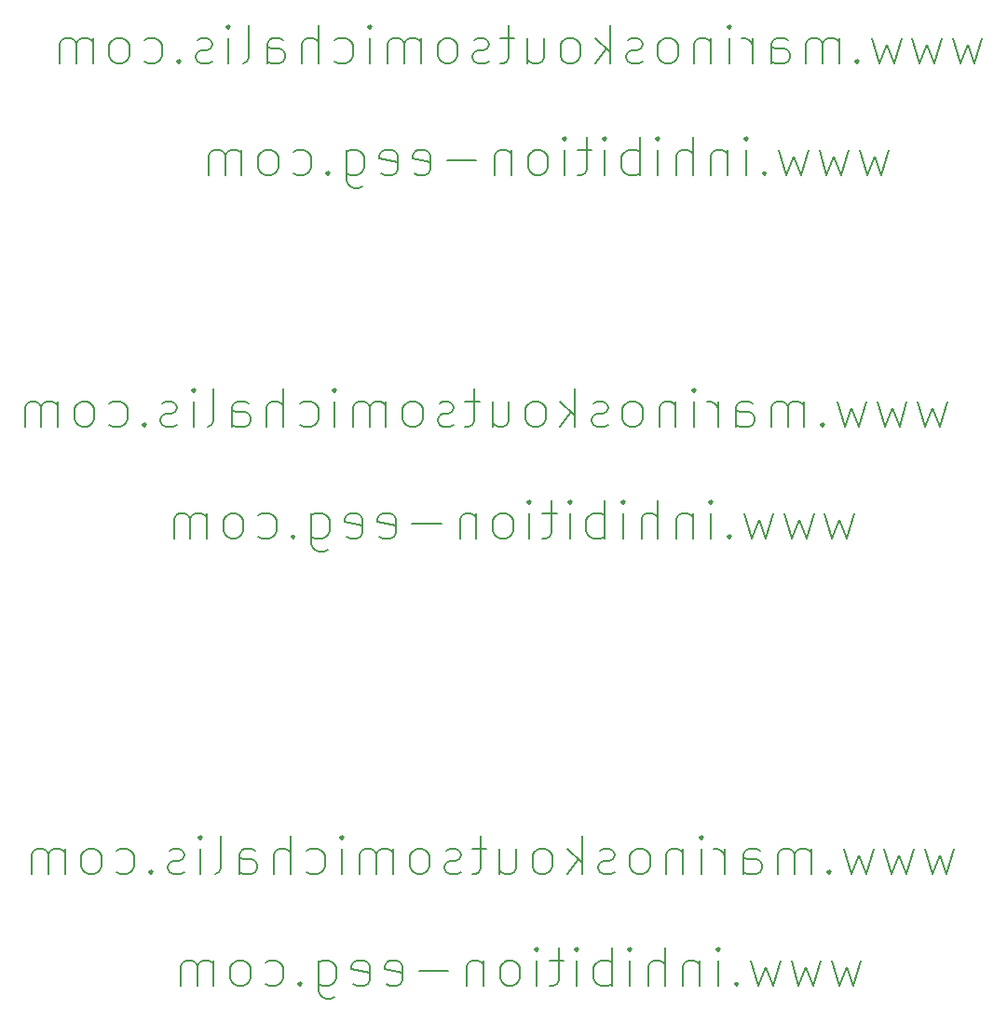
<source format=gbr>
G04 #@! TF.FileFunction,Legend,Bot*
%FSLAX46Y46*%
G04 Gerber Fmt 4.6, Leading zero omitted, Abs format (unit mm)*
G04 Created by KiCad (PCBNEW 4.0.2-stable) date 2016 September 16, Friday 02:04:32*
%MOMM*%
G01*
G04 APERTURE LIST*
%ADD10C,0.100000*%
%ADD11C,0.150000*%
G04 APERTURE END LIST*
D10*
D11*
X81883336Y-47510000D02*
X81216669Y-49843333D01*
X80550003Y-48176667D01*
X79883336Y-49843333D01*
X79216669Y-47510000D01*
X78216669Y-47510000D02*
X77550002Y-49843333D01*
X76883336Y-48176667D01*
X76216669Y-49843333D01*
X75550002Y-47510000D01*
X74550002Y-47510000D02*
X73883335Y-49843333D01*
X73216669Y-48176667D01*
X72550002Y-49843333D01*
X71883335Y-47510000D01*
X70550002Y-49510000D02*
X70383335Y-49676667D01*
X70550002Y-49843333D01*
X70716668Y-49676667D01*
X70550002Y-49510000D01*
X70550002Y-49843333D01*
X68883335Y-49843333D02*
X68883335Y-47510000D01*
X68883335Y-46343333D02*
X69050001Y-46510000D01*
X68883335Y-46676667D01*
X68716668Y-46510000D01*
X68883335Y-46343333D01*
X68883335Y-46676667D01*
X67216668Y-47510000D02*
X67216668Y-49843333D01*
X67216668Y-47843333D02*
X67050001Y-47676667D01*
X66716668Y-47510000D01*
X66216668Y-47510000D01*
X65883334Y-47676667D01*
X65716668Y-48010000D01*
X65716668Y-49843333D01*
X64050001Y-49843333D02*
X64050001Y-46343333D01*
X62550001Y-49843333D02*
X62550001Y-48010000D01*
X62716667Y-47676667D01*
X63050001Y-47510000D01*
X63550001Y-47510000D01*
X63883334Y-47676667D01*
X64050001Y-47843333D01*
X60883334Y-49843333D02*
X60883334Y-47510000D01*
X60883334Y-46343333D02*
X61050000Y-46510000D01*
X60883334Y-46676667D01*
X60716667Y-46510000D01*
X60883334Y-46343333D01*
X60883334Y-46676667D01*
X59216667Y-49843333D02*
X59216667Y-46343333D01*
X59216667Y-47676667D02*
X58883333Y-47510000D01*
X58216667Y-47510000D01*
X57883333Y-47676667D01*
X57716667Y-47843333D01*
X57550000Y-48176667D01*
X57550000Y-49176667D01*
X57716667Y-49510000D01*
X57883333Y-49676667D01*
X58216667Y-49843333D01*
X58883333Y-49843333D01*
X59216667Y-49676667D01*
X56050000Y-49843333D02*
X56050000Y-47510000D01*
X56050000Y-46343333D02*
X56216666Y-46510000D01*
X56050000Y-46676667D01*
X55883333Y-46510000D01*
X56050000Y-46343333D01*
X56050000Y-46676667D01*
X54883333Y-47510000D02*
X53549999Y-47510000D01*
X54383333Y-46343333D02*
X54383333Y-49343333D01*
X54216666Y-49676667D01*
X53883333Y-49843333D01*
X53549999Y-49843333D01*
X52383333Y-49843333D02*
X52383333Y-47510000D01*
X52383333Y-46343333D02*
X52549999Y-46510000D01*
X52383333Y-46676667D01*
X52216666Y-46510000D01*
X52383333Y-46343333D01*
X52383333Y-46676667D01*
X50216666Y-49843333D02*
X50549999Y-49676667D01*
X50716666Y-49510000D01*
X50883332Y-49176667D01*
X50883332Y-48176667D01*
X50716666Y-47843333D01*
X50549999Y-47676667D01*
X50216666Y-47510000D01*
X49716666Y-47510000D01*
X49383332Y-47676667D01*
X49216666Y-47843333D01*
X49049999Y-48176667D01*
X49049999Y-49176667D01*
X49216666Y-49510000D01*
X49383332Y-49676667D01*
X49716666Y-49843333D01*
X50216666Y-49843333D01*
X47549999Y-47510000D02*
X47549999Y-49843333D01*
X47549999Y-47843333D02*
X47383332Y-47676667D01*
X47049999Y-47510000D01*
X46549999Y-47510000D01*
X46216665Y-47676667D01*
X46049999Y-48010000D01*
X46049999Y-49843333D01*
X44383332Y-48510000D02*
X41716665Y-48510000D01*
X38716665Y-49676667D02*
X39049999Y-49843333D01*
X39716665Y-49843333D01*
X40049999Y-49676667D01*
X40216665Y-49343333D01*
X40216665Y-48010000D01*
X40049999Y-47676667D01*
X39716665Y-47510000D01*
X39049999Y-47510000D01*
X38716665Y-47676667D01*
X38549999Y-48010000D01*
X38549999Y-48343333D01*
X40216665Y-48676667D01*
X35716665Y-49676667D02*
X36049999Y-49843333D01*
X36716665Y-49843333D01*
X37049999Y-49676667D01*
X37216665Y-49343333D01*
X37216665Y-48010000D01*
X37049999Y-47676667D01*
X36716665Y-47510000D01*
X36049999Y-47510000D01*
X35716665Y-47676667D01*
X35549999Y-48010000D01*
X35549999Y-48343333D01*
X37216665Y-48676667D01*
X32549999Y-47510000D02*
X32549999Y-50343333D01*
X32716665Y-50676667D01*
X32883332Y-50843333D01*
X33216665Y-51010000D01*
X33716665Y-51010000D01*
X34049999Y-50843333D01*
X32549999Y-49676667D02*
X32883332Y-49843333D01*
X33549999Y-49843333D01*
X33883332Y-49676667D01*
X34049999Y-49510000D01*
X34216665Y-49176667D01*
X34216665Y-48176667D01*
X34049999Y-47843333D01*
X33883332Y-47676667D01*
X33549999Y-47510000D01*
X32883332Y-47510000D01*
X32549999Y-47676667D01*
X30883332Y-49510000D02*
X30716665Y-49676667D01*
X30883332Y-49843333D01*
X31049998Y-49676667D01*
X30883332Y-49510000D01*
X30883332Y-49843333D01*
X27716665Y-49676667D02*
X28049998Y-49843333D01*
X28716665Y-49843333D01*
X29049998Y-49676667D01*
X29216665Y-49510000D01*
X29383331Y-49176667D01*
X29383331Y-48176667D01*
X29216665Y-47843333D01*
X29049998Y-47676667D01*
X28716665Y-47510000D01*
X28049998Y-47510000D01*
X27716665Y-47676667D01*
X25716665Y-49843333D02*
X26049998Y-49676667D01*
X26216665Y-49510000D01*
X26383331Y-49176667D01*
X26383331Y-48176667D01*
X26216665Y-47843333D01*
X26049998Y-47676667D01*
X25716665Y-47510000D01*
X25216665Y-47510000D01*
X24883331Y-47676667D01*
X24716665Y-47843333D01*
X24549998Y-48176667D01*
X24549998Y-49176667D01*
X24716665Y-49510000D01*
X24883331Y-49676667D01*
X25216665Y-49843333D01*
X25716665Y-49843333D01*
X23049998Y-49843333D02*
X23049998Y-47510000D01*
X23049998Y-47843333D02*
X22883331Y-47676667D01*
X22549998Y-47510000D01*
X22049998Y-47510000D01*
X21716664Y-47676667D01*
X21549998Y-48010000D01*
X21549998Y-49843333D01*
X21549998Y-48010000D02*
X21383331Y-47676667D01*
X21049998Y-47510000D01*
X20549998Y-47510000D01*
X20216664Y-47676667D01*
X20049998Y-48010000D01*
X20049998Y-49843333D01*
X90343336Y-37350000D02*
X89676669Y-39683333D01*
X89010003Y-38016667D01*
X88343336Y-39683333D01*
X87676669Y-37350000D01*
X86676669Y-37350000D02*
X86010002Y-39683333D01*
X85343336Y-38016667D01*
X84676669Y-39683333D01*
X84010002Y-37350000D01*
X83010002Y-37350000D02*
X82343335Y-39683333D01*
X81676669Y-38016667D01*
X81010002Y-39683333D01*
X80343335Y-37350000D01*
X79010002Y-39350000D02*
X78843335Y-39516667D01*
X79010002Y-39683333D01*
X79176668Y-39516667D01*
X79010002Y-39350000D01*
X79010002Y-39683333D01*
X77343335Y-39683333D02*
X77343335Y-37350000D01*
X77343335Y-37683333D02*
X77176668Y-37516667D01*
X76843335Y-37350000D01*
X76343335Y-37350000D01*
X76010001Y-37516667D01*
X75843335Y-37850000D01*
X75843335Y-39683333D01*
X75843335Y-37850000D02*
X75676668Y-37516667D01*
X75343335Y-37350000D01*
X74843335Y-37350000D01*
X74510001Y-37516667D01*
X74343335Y-37850000D01*
X74343335Y-39683333D01*
X71176668Y-39683333D02*
X71176668Y-37850000D01*
X71343334Y-37516667D01*
X71676668Y-37350000D01*
X72343334Y-37350000D01*
X72676668Y-37516667D01*
X71176668Y-39516667D02*
X71510001Y-39683333D01*
X72343334Y-39683333D01*
X72676668Y-39516667D01*
X72843334Y-39183333D01*
X72843334Y-38850000D01*
X72676668Y-38516667D01*
X72343334Y-38350000D01*
X71510001Y-38350000D01*
X71176668Y-38183333D01*
X69510001Y-39683333D02*
X69510001Y-37350000D01*
X69510001Y-38016667D02*
X69343334Y-37683333D01*
X69176667Y-37516667D01*
X68843334Y-37350000D01*
X68510001Y-37350000D01*
X67343334Y-39683333D02*
X67343334Y-37350000D01*
X67343334Y-36183333D02*
X67510000Y-36350000D01*
X67343334Y-36516667D01*
X67176667Y-36350000D01*
X67343334Y-36183333D01*
X67343334Y-36516667D01*
X65676667Y-37350000D02*
X65676667Y-39683333D01*
X65676667Y-37683333D02*
X65510000Y-37516667D01*
X65176667Y-37350000D01*
X64676667Y-37350000D01*
X64343333Y-37516667D01*
X64176667Y-37850000D01*
X64176667Y-39683333D01*
X62010000Y-39683333D02*
X62343333Y-39516667D01*
X62510000Y-39350000D01*
X62676666Y-39016667D01*
X62676666Y-38016667D01*
X62510000Y-37683333D01*
X62343333Y-37516667D01*
X62010000Y-37350000D01*
X61510000Y-37350000D01*
X61176666Y-37516667D01*
X61010000Y-37683333D01*
X60843333Y-38016667D01*
X60843333Y-39016667D01*
X61010000Y-39350000D01*
X61176666Y-39516667D01*
X61510000Y-39683333D01*
X62010000Y-39683333D01*
X59509999Y-39516667D02*
X59176666Y-39683333D01*
X58509999Y-39683333D01*
X58176666Y-39516667D01*
X58009999Y-39183333D01*
X58009999Y-39016667D01*
X58176666Y-38683333D01*
X58509999Y-38516667D01*
X59009999Y-38516667D01*
X59343333Y-38350000D01*
X59509999Y-38016667D01*
X59509999Y-37850000D01*
X59343333Y-37516667D01*
X59009999Y-37350000D01*
X58509999Y-37350000D01*
X58176666Y-37516667D01*
X56510000Y-39683333D02*
X56510000Y-36183333D01*
X56176666Y-38350000D02*
X55176666Y-39683333D01*
X55176666Y-37350000D02*
X56510000Y-38683333D01*
X53176667Y-39683333D02*
X53510000Y-39516667D01*
X53676667Y-39350000D01*
X53843333Y-39016667D01*
X53843333Y-38016667D01*
X53676667Y-37683333D01*
X53510000Y-37516667D01*
X53176667Y-37350000D01*
X52676667Y-37350000D01*
X52343333Y-37516667D01*
X52176667Y-37683333D01*
X52010000Y-38016667D01*
X52010000Y-39016667D01*
X52176667Y-39350000D01*
X52343333Y-39516667D01*
X52676667Y-39683333D01*
X53176667Y-39683333D01*
X49010000Y-37350000D02*
X49010000Y-39683333D01*
X50510000Y-37350000D02*
X50510000Y-39183333D01*
X50343333Y-39516667D01*
X50010000Y-39683333D01*
X49510000Y-39683333D01*
X49176666Y-39516667D01*
X49010000Y-39350000D01*
X47843333Y-37350000D02*
X46509999Y-37350000D01*
X47343333Y-36183333D02*
X47343333Y-39183333D01*
X47176666Y-39516667D01*
X46843333Y-39683333D01*
X46509999Y-39683333D01*
X45509999Y-39516667D02*
X45176666Y-39683333D01*
X44509999Y-39683333D01*
X44176666Y-39516667D01*
X44009999Y-39183333D01*
X44009999Y-39016667D01*
X44176666Y-38683333D01*
X44509999Y-38516667D01*
X45009999Y-38516667D01*
X45343333Y-38350000D01*
X45509999Y-38016667D01*
X45509999Y-37850000D01*
X45343333Y-37516667D01*
X45009999Y-37350000D01*
X44509999Y-37350000D01*
X44176666Y-37516667D01*
X42010000Y-39683333D02*
X42343333Y-39516667D01*
X42510000Y-39350000D01*
X42676666Y-39016667D01*
X42676666Y-38016667D01*
X42510000Y-37683333D01*
X42343333Y-37516667D01*
X42010000Y-37350000D01*
X41510000Y-37350000D01*
X41176666Y-37516667D01*
X41010000Y-37683333D01*
X40843333Y-38016667D01*
X40843333Y-39016667D01*
X41010000Y-39350000D01*
X41176666Y-39516667D01*
X41510000Y-39683333D01*
X42010000Y-39683333D01*
X39343333Y-39683333D02*
X39343333Y-37350000D01*
X39343333Y-37683333D02*
X39176666Y-37516667D01*
X38843333Y-37350000D01*
X38343333Y-37350000D01*
X38009999Y-37516667D01*
X37843333Y-37850000D01*
X37843333Y-39683333D01*
X37843333Y-37850000D02*
X37676666Y-37516667D01*
X37343333Y-37350000D01*
X36843333Y-37350000D01*
X36509999Y-37516667D01*
X36343333Y-37850000D01*
X36343333Y-39683333D01*
X34676666Y-39683333D02*
X34676666Y-37350000D01*
X34676666Y-36183333D02*
X34843332Y-36350000D01*
X34676666Y-36516667D01*
X34509999Y-36350000D01*
X34676666Y-36183333D01*
X34676666Y-36516667D01*
X31509999Y-39516667D02*
X31843332Y-39683333D01*
X32509999Y-39683333D01*
X32843332Y-39516667D01*
X33009999Y-39350000D01*
X33176665Y-39016667D01*
X33176665Y-38016667D01*
X33009999Y-37683333D01*
X32843332Y-37516667D01*
X32509999Y-37350000D01*
X31843332Y-37350000D01*
X31509999Y-37516667D01*
X30009999Y-39683333D02*
X30009999Y-36183333D01*
X28509999Y-39683333D02*
X28509999Y-37850000D01*
X28676665Y-37516667D01*
X29009999Y-37350000D01*
X29509999Y-37350000D01*
X29843332Y-37516667D01*
X30009999Y-37683333D01*
X25343332Y-39683333D02*
X25343332Y-37850000D01*
X25509998Y-37516667D01*
X25843332Y-37350000D01*
X26509998Y-37350000D01*
X26843332Y-37516667D01*
X25343332Y-39516667D02*
X25676665Y-39683333D01*
X26509998Y-39683333D01*
X26843332Y-39516667D01*
X27009998Y-39183333D01*
X27009998Y-38850000D01*
X26843332Y-38516667D01*
X26509998Y-38350000D01*
X25676665Y-38350000D01*
X25343332Y-38183333D01*
X23176665Y-39683333D02*
X23509998Y-39516667D01*
X23676665Y-39183333D01*
X23676665Y-36183333D01*
X21843332Y-39683333D02*
X21843332Y-37350000D01*
X21843332Y-36183333D02*
X22009998Y-36350000D01*
X21843332Y-36516667D01*
X21676665Y-36350000D01*
X21843332Y-36183333D01*
X21843332Y-36516667D01*
X20343331Y-39516667D02*
X20009998Y-39683333D01*
X19343331Y-39683333D01*
X19009998Y-39516667D01*
X18843331Y-39183333D01*
X18843331Y-39016667D01*
X19009998Y-38683333D01*
X19343331Y-38516667D01*
X19843331Y-38516667D01*
X20176665Y-38350000D01*
X20343331Y-38016667D01*
X20343331Y-37850000D01*
X20176665Y-37516667D01*
X19843331Y-37350000D01*
X19343331Y-37350000D01*
X19009998Y-37516667D01*
X17343332Y-39350000D02*
X17176665Y-39516667D01*
X17343332Y-39683333D01*
X17509998Y-39516667D01*
X17343332Y-39350000D01*
X17343332Y-39683333D01*
X14176665Y-39516667D02*
X14509998Y-39683333D01*
X15176665Y-39683333D01*
X15509998Y-39516667D01*
X15676665Y-39350000D01*
X15843331Y-39016667D01*
X15843331Y-38016667D01*
X15676665Y-37683333D01*
X15509998Y-37516667D01*
X15176665Y-37350000D01*
X14509998Y-37350000D01*
X14176665Y-37516667D01*
X12176665Y-39683333D02*
X12509998Y-39516667D01*
X12676665Y-39350000D01*
X12843331Y-39016667D01*
X12843331Y-38016667D01*
X12676665Y-37683333D01*
X12509998Y-37516667D01*
X12176665Y-37350000D01*
X11676665Y-37350000D01*
X11343331Y-37516667D01*
X11176665Y-37683333D01*
X11009998Y-38016667D01*
X11009998Y-39016667D01*
X11176665Y-39350000D01*
X11343331Y-39516667D01*
X11676665Y-39683333D01*
X12176665Y-39683333D01*
X9509998Y-39683333D02*
X9509998Y-37350000D01*
X9509998Y-37683333D02*
X9343331Y-37516667D01*
X9009998Y-37350000D01*
X8509998Y-37350000D01*
X8176664Y-37516667D01*
X8009998Y-37850000D01*
X8009998Y-39683333D01*
X8009998Y-37850000D02*
X7843331Y-37516667D01*
X7509998Y-37350000D01*
X7009998Y-37350000D01*
X6676664Y-37516667D01*
X6509998Y-37850000D01*
X6509998Y-39683333D01*
X85058336Y-14490000D02*
X84391669Y-16823333D01*
X83725003Y-15156667D01*
X83058336Y-16823333D01*
X82391669Y-14490000D01*
X81391669Y-14490000D02*
X80725002Y-16823333D01*
X80058336Y-15156667D01*
X79391669Y-16823333D01*
X78725002Y-14490000D01*
X77725002Y-14490000D02*
X77058335Y-16823333D01*
X76391669Y-15156667D01*
X75725002Y-16823333D01*
X75058335Y-14490000D01*
X73725002Y-16490000D02*
X73558335Y-16656667D01*
X73725002Y-16823333D01*
X73891668Y-16656667D01*
X73725002Y-16490000D01*
X73725002Y-16823333D01*
X72058335Y-16823333D02*
X72058335Y-14490000D01*
X72058335Y-13323333D02*
X72225001Y-13490000D01*
X72058335Y-13656667D01*
X71891668Y-13490000D01*
X72058335Y-13323333D01*
X72058335Y-13656667D01*
X70391668Y-14490000D02*
X70391668Y-16823333D01*
X70391668Y-14823333D02*
X70225001Y-14656667D01*
X69891668Y-14490000D01*
X69391668Y-14490000D01*
X69058334Y-14656667D01*
X68891668Y-14990000D01*
X68891668Y-16823333D01*
X67225001Y-16823333D02*
X67225001Y-13323333D01*
X65725001Y-16823333D02*
X65725001Y-14990000D01*
X65891667Y-14656667D01*
X66225001Y-14490000D01*
X66725001Y-14490000D01*
X67058334Y-14656667D01*
X67225001Y-14823333D01*
X64058334Y-16823333D02*
X64058334Y-14490000D01*
X64058334Y-13323333D02*
X64225000Y-13490000D01*
X64058334Y-13656667D01*
X63891667Y-13490000D01*
X64058334Y-13323333D01*
X64058334Y-13656667D01*
X62391667Y-16823333D02*
X62391667Y-13323333D01*
X62391667Y-14656667D02*
X62058333Y-14490000D01*
X61391667Y-14490000D01*
X61058333Y-14656667D01*
X60891667Y-14823333D01*
X60725000Y-15156667D01*
X60725000Y-16156667D01*
X60891667Y-16490000D01*
X61058333Y-16656667D01*
X61391667Y-16823333D01*
X62058333Y-16823333D01*
X62391667Y-16656667D01*
X59225000Y-16823333D02*
X59225000Y-14490000D01*
X59225000Y-13323333D02*
X59391666Y-13490000D01*
X59225000Y-13656667D01*
X59058333Y-13490000D01*
X59225000Y-13323333D01*
X59225000Y-13656667D01*
X58058333Y-14490000D02*
X56724999Y-14490000D01*
X57558333Y-13323333D02*
X57558333Y-16323333D01*
X57391666Y-16656667D01*
X57058333Y-16823333D01*
X56724999Y-16823333D01*
X55558333Y-16823333D02*
X55558333Y-14490000D01*
X55558333Y-13323333D02*
X55724999Y-13490000D01*
X55558333Y-13656667D01*
X55391666Y-13490000D01*
X55558333Y-13323333D01*
X55558333Y-13656667D01*
X53391666Y-16823333D02*
X53724999Y-16656667D01*
X53891666Y-16490000D01*
X54058332Y-16156667D01*
X54058332Y-15156667D01*
X53891666Y-14823333D01*
X53724999Y-14656667D01*
X53391666Y-14490000D01*
X52891666Y-14490000D01*
X52558332Y-14656667D01*
X52391666Y-14823333D01*
X52224999Y-15156667D01*
X52224999Y-16156667D01*
X52391666Y-16490000D01*
X52558332Y-16656667D01*
X52891666Y-16823333D01*
X53391666Y-16823333D01*
X50724999Y-14490000D02*
X50724999Y-16823333D01*
X50724999Y-14823333D02*
X50558332Y-14656667D01*
X50224999Y-14490000D01*
X49724999Y-14490000D01*
X49391665Y-14656667D01*
X49224999Y-14990000D01*
X49224999Y-16823333D01*
X47558332Y-15490000D02*
X44891665Y-15490000D01*
X41891665Y-16656667D02*
X42224999Y-16823333D01*
X42891665Y-16823333D01*
X43224999Y-16656667D01*
X43391665Y-16323333D01*
X43391665Y-14990000D01*
X43224999Y-14656667D01*
X42891665Y-14490000D01*
X42224999Y-14490000D01*
X41891665Y-14656667D01*
X41724999Y-14990000D01*
X41724999Y-15323333D01*
X43391665Y-15656667D01*
X38891665Y-16656667D02*
X39224999Y-16823333D01*
X39891665Y-16823333D01*
X40224999Y-16656667D01*
X40391665Y-16323333D01*
X40391665Y-14990000D01*
X40224999Y-14656667D01*
X39891665Y-14490000D01*
X39224999Y-14490000D01*
X38891665Y-14656667D01*
X38724999Y-14990000D01*
X38724999Y-15323333D01*
X40391665Y-15656667D01*
X35724999Y-14490000D02*
X35724999Y-17323333D01*
X35891665Y-17656667D01*
X36058332Y-17823333D01*
X36391665Y-17990000D01*
X36891665Y-17990000D01*
X37224999Y-17823333D01*
X35724999Y-16656667D02*
X36058332Y-16823333D01*
X36724999Y-16823333D01*
X37058332Y-16656667D01*
X37224999Y-16490000D01*
X37391665Y-16156667D01*
X37391665Y-15156667D01*
X37224999Y-14823333D01*
X37058332Y-14656667D01*
X36724999Y-14490000D01*
X36058332Y-14490000D01*
X35724999Y-14656667D01*
X34058332Y-16490000D02*
X33891665Y-16656667D01*
X34058332Y-16823333D01*
X34224998Y-16656667D01*
X34058332Y-16490000D01*
X34058332Y-16823333D01*
X30891665Y-16656667D02*
X31224998Y-16823333D01*
X31891665Y-16823333D01*
X32224998Y-16656667D01*
X32391665Y-16490000D01*
X32558331Y-16156667D01*
X32558331Y-15156667D01*
X32391665Y-14823333D01*
X32224998Y-14656667D01*
X31891665Y-14490000D01*
X31224998Y-14490000D01*
X30891665Y-14656667D01*
X28891665Y-16823333D02*
X29224998Y-16656667D01*
X29391665Y-16490000D01*
X29558331Y-16156667D01*
X29558331Y-15156667D01*
X29391665Y-14823333D01*
X29224998Y-14656667D01*
X28891665Y-14490000D01*
X28391665Y-14490000D01*
X28058331Y-14656667D01*
X27891665Y-14823333D01*
X27724998Y-15156667D01*
X27724998Y-16156667D01*
X27891665Y-16490000D01*
X28058331Y-16656667D01*
X28391665Y-16823333D01*
X28891665Y-16823333D01*
X26224998Y-16823333D02*
X26224998Y-14490000D01*
X26224998Y-14823333D02*
X26058331Y-14656667D01*
X25724998Y-14490000D01*
X25224998Y-14490000D01*
X24891664Y-14656667D01*
X24724998Y-14990000D01*
X24724998Y-16823333D01*
X24724998Y-14990000D02*
X24558331Y-14656667D01*
X24224998Y-14490000D01*
X23724998Y-14490000D01*
X23391664Y-14656667D01*
X23224998Y-14990000D01*
X23224998Y-16823333D01*
X93518336Y-4330000D02*
X92851669Y-6663333D01*
X92185003Y-4996667D01*
X91518336Y-6663333D01*
X90851669Y-4330000D01*
X89851669Y-4330000D02*
X89185002Y-6663333D01*
X88518336Y-4996667D01*
X87851669Y-6663333D01*
X87185002Y-4330000D01*
X86185002Y-4330000D02*
X85518335Y-6663333D01*
X84851669Y-4996667D01*
X84185002Y-6663333D01*
X83518335Y-4330000D01*
X82185002Y-6330000D02*
X82018335Y-6496667D01*
X82185002Y-6663333D01*
X82351668Y-6496667D01*
X82185002Y-6330000D01*
X82185002Y-6663333D01*
X80518335Y-6663333D02*
X80518335Y-4330000D01*
X80518335Y-4663333D02*
X80351668Y-4496667D01*
X80018335Y-4330000D01*
X79518335Y-4330000D01*
X79185001Y-4496667D01*
X79018335Y-4830000D01*
X79018335Y-6663333D01*
X79018335Y-4830000D02*
X78851668Y-4496667D01*
X78518335Y-4330000D01*
X78018335Y-4330000D01*
X77685001Y-4496667D01*
X77518335Y-4830000D01*
X77518335Y-6663333D01*
X74351668Y-6663333D02*
X74351668Y-4830000D01*
X74518334Y-4496667D01*
X74851668Y-4330000D01*
X75518334Y-4330000D01*
X75851668Y-4496667D01*
X74351668Y-6496667D02*
X74685001Y-6663333D01*
X75518334Y-6663333D01*
X75851668Y-6496667D01*
X76018334Y-6163333D01*
X76018334Y-5830000D01*
X75851668Y-5496667D01*
X75518334Y-5330000D01*
X74685001Y-5330000D01*
X74351668Y-5163333D01*
X72685001Y-6663333D02*
X72685001Y-4330000D01*
X72685001Y-4996667D02*
X72518334Y-4663333D01*
X72351667Y-4496667D01*
X72018334Y-4330000D01*
X71685001Y-4330000D01*
X70518334Y-6663333D02*
X70518334Y-4330000D01*
X70518334Y-3163333D02*
X70685000Y-3330000D01*
X70518334Y-3496667D01*
X70351667Y-3330000D01*
X70518334Y-3163333D01*
X70518334Y-3496667D01*
X68851667Y-4330000D02*
X68851667Y-6663333D01*
X68851667Y-4663333D02*
X68685000Y-4496667D01*
X68351667Y-4330000D01*
X67851667Y-4330000D01*
X67518333Y-4496667D01*
X67351667Y-4830000D01*
X67351667Y-6663333D01*
X65185000Y-6663333D02*
X65518333Y-6496667D01*
X65685000Y-6330000D01*
X65851666Y-5996667D01*
X65851666Y-4996667D01*
X65685000Y-4663333D01*
X65518333Y-4496667D01*
X65185000Y-4330000D01*
X64685000Y-4330000D01*
X64351666Y-4496667D01*
X64185000Y-4663333D01*
X64018333Y-4996667D01*
X64018333Y-5996667D01*
X64185000Y-6330000D01*
X64351666Y-6496667D01*
X64685000Y-6663333D01*
X65185000Y-6663333D01*
X62684999Y-6496667D02*
X62351666Y-6663333D01*
X61684999Y-6663333D01*
X61351666Y-6496667D01*
X61184999Y-6163333D01*
X61184999Y-5996667D01*
X61351666Y-5663333D01*
X61684999Y-5496667D01*
X62184999Y-5496667D01*
X62518333Y-5330000D01*
X62684999Y-4996667D01*
X62684999Y-4830000D01*
X62518333Y-4496667D01*
X62184999Y-4330000D01*
X61684999Y-4330000D01*
X61351666Y-4496667D01*
X59685000Y-6663333D02*
X59685000Y-3163333D01*
X59351666Y-5330000D02*
X58351666Y-6663333D01*
X58351666Y-4330000D02*
X59685000Y-5663333D01*
X56351667Y-6663333D02*
X56685000Y-6496667D01*
X56851667Y-6330000D01*
X57018333Y-5996667D01*
X57018333Y-4996667D01*
X56851667Y-4663333D01*
X56685000Y-4496667D01*
X56351667Y-4330000D01*
X55851667Y-4330000D01*
X55518333Y-4496667D01*
X55351667Y-4663333D01*
X55185000Y-4996667D01*
X55185000Y-5996667D01*
X55351667Y-6330000D01*
X55518333Y-6496667D01*
X55851667Y-6663333D01*
X56351667Y-6663333D01*
X52185000Y-4330000D02*
X52185000Y-6663333D01*
X53685000Y-4330000D02*
X53685000Y-6163333D01*
X53518333Y-6496667D01*
X53185000Y-6663333D01*
X52685000Y-6663333D01*
X52351666Y-6496667D01*
X52185000Y-6330000D01*
X51018333Y-4330000D02*
X49684999Y-4330000D01*
X50518333Y-3163333D02*
X50518333Y-6163333D01*
X50351666Y-6496667D01*
X50018333Y-6663333D01*
X49684999Y-6663333D01*
X48684999Y-6496667D02*
X48351666Y-6663333D01*
X47684999Y-6663333D01*
X47351666Y-6496667D01*
X47184999Y-6163333D01*
X47184999Y-5996667D01*
X47351666Y-5663333D01*
X47684999Y-5496667D01*
X48184999Y-5496667D01*
X48518333Y-5330000D01*
X48684999Y-4996667D01*
X48684999Y-4830000D01*
X48518333Y-4496667D01*
X48184999Y-4330000D01*
X47684999Y-4330000D01*
X47351666Y-4496667D01*
X45185000Y-6663333D02*
X45518333Y-6496667D01*
X45685000Y-6330000D01*
X45851666Y-5996667D01*
X45851666Y-4996667D01*
X45685000Y-4663333D01*
X45518333Y-4496667D01*
X45185000Y-4330000D01*
X44685000Y-4330000D01*
X44351666Y-4496667D01*
X44185000Y-4663333D01*
X44018333Y-4996667D01*
X44018333Y-5996667D01*
X44185000Y-6330000D01*
X44351666Y-6496667D01*
X44685000Y-6663333D01*
X45185000Y-6663333D01*
X42518333Y-6663333D02*
X42518333Y-4330000D01*
X42518333Y-4663333D02*
X42351666Y-4496667D01*
X42018333Y-4330000D01*
X41518333Y-4330000D01*
X41184999Y-4496667D01*
X41018333Y-4830000D01*
X41018333Y-6663333D01*
X41018333Y-4830000D02*
X40851666Y-4496667D01*
X40518333Y-4330000D01*
X40018333Y-4330000D01*
X39684999Y-4496667D01*
X39518333Y-4830000D01*
X39518333Y-6663333D01*
X37851666Y-6663333D02*
X37851666Y-4330000D01*
X37851666Y-3163333D02*
X38018332Y-3330000D01*
X37851666Y-3496667D01*
X37684999Y-3330000D01*
X37851666Y-3163333D01*
X37851666Y-3496667D01*
X34684999Y-6496667D02*
X35018332Y-6663333D01*
X35684999Y-6663333D01*
X36018332Y-6496667D01*
X36184999Y-6330000D01*
X36351665Y-5996667D01*
X36351665Y-4996667D01*
X36184999Y-4663333D01*
X36018332Y-4496667D01*
X35684999Y-4330000D01*
X35018332Y-4330000D01*
X34684999Y-4496667D01*
X33184999Y-6663333D02*
X33184999Y-3163333D01*
X31684999Y-6663333D02*
X31684999Y-4830000D01*
X31851665Y-4496667D01*
X32184999Y-4330000D01*
X32684999Y-4330000D01*
X33018332Y-4496667D01*
X33184999Y-4663333D01*
X28518332Y-6663333D02*
X28518332Y-4830000D01*
X28684998Y-4496667D01*
X29018332Y-4330000D01*
X29684998Y-4330000D01*
X30018332Y-4496667D01*
X28518332Y-6496667D02*
X28851665Y-6663333D01*
X29684998Y-6663333D01*
X30018332Y-6496667D01*
X30184998Y-6163333D01*
X30184998Y-5830000D01*
X30018332Y-5496667D01*
X29684998Y-5330000D01*
X28851665Y-5330000D01*
X28518332Y-5163333D01*
X26351665Y-6663333D02*
X26684998Y-6496667D01*
X26851665Y-6163333D01*
X26851665Y-3163333D01*
X25018332Y-6663333D02*
X25018332Y-4330000D01*
X25018332Y-3163333D02*
X25184998Y-3330000D01*
X25018332Y-3496667D01*
X24851665Y-3330000D01*
X25018332Y-3163333D01*
X25018332Y-3496667D01*
X23518331Y-6496667D02*
X23184998Y-6663333D01*
X22518331Y-6663333D01*
X22184998Y-6496667D01*
X22018331Y-6163333D01*
X22018331Y-5996667D01*
X22184998Y-5663333D01*
X22518331Y-5496667D01*
X23018331Y-5496667D01*
X23351665Y-5330000D01*
X23518331Y-4996667D01*
X23518331Y-4830000D01*
X23351665Y-4496667D01*
X23018331Y-4330000D01*
X22518331Y-4330000D01*
X22184998Y-4496667D01*
X20518332Y-6330000D02*
X20351665Y-6496667D01*
X20518332Y-6663333D01*
X20684998Y-6496667D01*
X20518332Y-6330000D01*
X20518332Y-6663333D01*
X17351665Y-6496667D02*
X17684998Y-6663333D01*
X18351665Y-6663333D01*
X18684998Y-6496667D01*
X18851665Y-6330000D01*
X19018331Y-5996667D01*
X19018331Y-4996667D01*
X18851665Y-4663333D01*
X18684998Y-4496667D01*
X18351665Y-4330000D01*
X17684998Y-4330000D01*
X17351665Y-4496667D01*
X15351665Y-6663333D02*
X15684998Y-6496667D01*
X15851665Y-6330000D01*
X16018331Y-5996667D01*
X16018331Y-4996667D01*
X15851665Y-4663333D01*
X15684998Y-4496667D01*
X15351665Y-4330000D01*
X14851665Y-4330000D01*
X14518331Y-4496667D01*
X14351665Y-4663333D01*
X14184998Y-4996667D01*
X14184998Y-5996667D01*
X14351665Y-6330000D01*
X14518331Y-6496667D01*
X14851665Y-6663333D01*
X15351665Y-6663333D01*
X12684998Y-6663333D02*
X12684998Y-4330000D01*
X12684998Y-4663333D02*
X12518331Y-4496667D01*
X12184998Y-4330000D01*
X11684998Y-4330000D01*
X11351664Y-4496667D01*
X11184998Y-4830000D01*
X11184998Y-6663333D01*
X11184998Y-4830000D02*
X11018331Y-4496667D01*
X10684998Y-4330000D01*
X10184998Y-4330000D01*
X9851664Y-4496667D01*
X9684998Y-4830000D01*
X9684998Y-6663333D01*
X82518336Y-88150000D02*
X81851669Y-90483333D01*
X81185003Y-88816667D01*
X80518336Y-90483333D01*
X79851669Y-88150000D01*
X78851669Y-88150000D02*
X78185002Y-90483333D01*
X77518336Y-88816667D01*
X76851669Y-90483333D01*
X76185002Y-88150000D01*
X75185002Y-88150000D02*
X74518335Y-90483333D01*
X73851669Y-88816667D01*
X73185002Y-90483333D01*
X72518335Y-88150000D01*
X71185002Y-90150000D02*
X71018335Y-90316667D01*
X71185002Y-90483333D01*
X71351668Y-90316667D01*
X71185002Y-90150000D01*
X71185002Y-90483333D01*
X69518335Y-90483333D02*
X69518335Y-88150000D01*
X69518335Y-86983333D02*
X69685001Y-87150000D01*
X69518335Y-87316667D01*
X69351668Y-87150000D01*
X69518335Y-86983333D01*
X69518335Y-87316667D01*
X67851668Y-88150000D02*
X67851668Y-90483333D01*
X67851668Y-88483333D02*
X67685001Y-88316667D01*
X67351668Y-88150000D01*
X66851668Y-88150000D01*
X66518334Y-88316667D01*
X66351668Y-88650000D01*
X66351668Y-90483333D01*
X64685001Y-90483333D02*
X64685001Y-86983333D01*
X63185001Y-90483333D02*
X63185001Y-88650000D01*
X63351667Y-88316667D01*
X63685001Y-88150000D01*
X64185001Y-88150000D01*
X64518334Y-88316667D01*
X64685001Y-88483333D01*
X61518334Y-90483333D02*
X61518334Y-88150000D01*
X61518334Y-86983333D02*
X61685000Y-87150000D01*
X61518334Y-87316667D01*
X61351667Y-87150000D01*
X61518334Y-86983333D01*
X61518334Y-87316667D01*
X59851667Y-90483333D02*
X59851667Y-86983333D01*
X59851667Y-88316667D02*
X59518333Y-88150000D01*
X58851667Y-88150000D01*
X58518333Y-88316667D01*
X58351667Y-88483333D01*
X58185000Y-88816667D01*
X58185000Y-89816667D01*
X58351667Y-90150000D01*
X58518333Y-90316667D01*
X58851667Y-90483333D01*
X59518333Y-90483333D01*
X59851667Y-90316667D01*
X56685000Y-90483333D02*
X56685000Y-88150000D01*
X56685000Y-86983333D02*
X56851666Y-87150000D01*
X56685000Y-87316667D01*
X56518333Y-87150000D01*
X56685000Y-86983333D01*
X56685000Y-87316667D01*
X55518333Y-88150000D02*
X54184999Y-88150000D01*
X55018333Y-86983333D02*
X55018333Y-89983333D01*
X54851666Y-90316667D01*
X54518333Y-90483333D01*
X54184999Y-90483333D01*
X53018333Y-90483333D02*
X53018333Y-88150000D01*
X53018333Y-86983333D02*
X53184999Y-87150000D01*
X53018333Y-87316667D01*
X52851666Y-87150000D01*
X53018333Y-86983333D01*
X53018333Y-87316667D01*
X50851666Y-90483333D02*
X51184999Y-90316667D01*
X51351666Y-90150000D01*
X51518332Y-89816667D01*
X51518332Y-88816667D01*
X51351666Y-88483333D01*
X51184999Y-88316667D01*
X50851666Y-88150000D01*
X50351666Y-88150000D01*
X50018332Y-88316667D01*
X49851666Y-88483333D01*
X49684999Y-88816667D01*
X49684999Y-89816667D01*
X49851666Y-90150000D01*
X50018332Y-90316667D01*
X50351666Y-90483333D01*
X50851666Y-90483333D01*
X48184999Y-88150000D02*
X48184999Y-90483333D01*
X48184999Y-88483333D02*
X48018332Y-88316667D01*
X47684999Y-88150000D01*
X47184999Y-88150000D01*
X46851665Y-88316667D01*
X46684999Y-88650000D01*
X46684999Y-90483333D01*
X45018332Y-89150000D02*
X42351665Y-89150000D01*
X39351665Y-90316667D02*
X39684999Y-90483333D01*
X40351665Y-90483333D01*
X40684999Y-90316667D01*
X40851665Y-89983333D01*
X40851665Y-88650000D01*
X40684999Y-88316667D01*
X40351665Y-88150000D01*
X39684999Y-88150000D01*
X39351665Y-88316667D01*
X39184999Y-88650000D01*
X39184999Y-88983333D01*
X40851665Y-89316667D01*
X36351665Y-90316667D02*
X36684999Y-90483333D01*
X37351665Y-90483333D01*
X37684999Y-90316667D01*
X37851665Y-89983333D01*
X37851665Y-88650000D01*
X37684999Y-88316667D01*
X37351665Y-88150000D01*
X36684999Y-88150000D01*
X36351665Y-88316667D01*
X36184999Y-88650000D01*
X36184999Y-88983333D01*
X37851665Y-89316667D01*
X33184999Y-88150000D02*
X33184999Y-90983333D01*
X33351665Y-91316667D01*
X33518332Y-91483333D01*
X33851665Y-91650000D01*
X34351665Y-91650000D01*
X34684999Y-91483333D01*
X33184999Y-90316667D02*
X33518332Y-90483333D01*
X34184999Y-90483333D01*
X34518332Y-90316667D01*
X34684999Y-90150000D01*
X34851665Y-89816667D01*
X34851665Y-88816667D01*
X34684999Y-88483333D01*
X34518332Y-88316667D01*
X34184999Y-88150000D01*
X33518332Y-88150000D01*
X33184999Y-88316667D01*
X31518332Y-90150000D02*
X31351665Y-90316667D01*
X31518332Y-90483333D01*
X31684998Y-90316667D01*
X31518332Y-90150000D01*
X31518332Y-90483333D01*
X28351665Y-90316667D02*
X28684998Y-90483333D01*
X29351665Y-90483333D01*
X29684998Y-90316667D01*
X29851665Y-90150000D01*
X30018331Y-89816667D01*
X30018331Y-88816667D01*
X29851665Y-88483333D01*
X29684998Y-88316667D01*
X29351665Y-88150000D01*
X28684998Y-88150000D01*
X28351665Y-88316667D01*
X26351665Y-90483333D02*
X26684998Y-90316667D01*
X26851665Y-90150000D01*
X27018331Y-89816667D01*
X27018331Y-88816667D01*
X26851665Y-88483333D01*
X26684998Y-88316667D01*
X26351665Y-88150000D01*
X25851665Y-88150000D01*
X25518331Y-88316667D01*
X25351665Y-88483333D01*
X25184998Y-88816667D01*
X25184998Y-89816667D01*
X25351665Y-90150000D01*
X25518331Y-90316667D01*
X25851665Y-90483333D01*
X26351665Y-90483333D01*
X23684998Y-90483333D02*
X23684998Y-88150000D01*
X23684998Y-88483333D02*
X23518331Y-88316667D01*
X23184998Y-88150000D01*
X22684998Y-88150000D01*
X22351664Y-88316667D01*
X22184998Y-88650000D01*
X22184998Y-90483333D01*
X22184998Y-88650000D02*
X22018331Y-88316667D01*
X21684998Y-88150000D01*
X21184998Y-88150000D01*
X20851664Y-88316667D01*
X20684998Y-88650000D01*
X20684998Y-90483333D01*
X90978336Y-77990000D02*
X90311669Y-80323333D01*
X89645003Y-78656667D01*
X88978336Y-80323333D01*
X88311669Y-77990000D01*
X87311669Y-77990000D02*
X86645002Y-80323333D01*
X85978336Y-78656667D01*
X85311669Y-80323333D01*
X84645002Y-77990000D01*
X83645002Y-77990000D02*
X82978335Y-80323333D01*
X82311669Y-78656667D01*
X81645002Y-80323333D01*
X80978335Y-77990000D01*
X79645002Y-79990000D02*
X79478335Y-80156667D01*
X79645002Y-80323333D01*
X79811668Y-80156667D01*
X79645002Y-79990000D01*
X79645002Y-80323333D01*
X77978335Y-80323333D02*
X77978335Y-77990000D01*
X77978335Y-78323333D02*
X77811668Y-78156667D01*
X77478335Y-77990000D01*
X76978335Y-77990000D01*
X76645001Y-78156667D01*
X76478335Y-78490000D01*
X76478335Y-80323333D01*
X76478335Y-78490000D02*
X76311668Y-78156667D01*
X75978335Y-77990000D01*
X75478335Y-77990000D01*
X75145001Y-78156667D01*
X74978335Y-78490000D01*
X74978335Y-80323333D01*
X71811668Y-80323333D02*
X71811668Y-78490000D01*
X71978334Y-78156667D01*
X72311668Y-77990000D01*
X72978334Y-77990000D01*
X73311668Y-78156667D01*
X71811668Y-80156667D02*
X72145001Y-80323333D01*
X72978334Y-80323333D01*
X73311668Y-80156667D01*
X73478334Y-79823333D01*
X73478334Y-79490000D01*
X73311668Y-79156667D01*
X72978334Y-78990000D01*
X72145001Y-78990000D01*
X71811668Y-78823333D01*
X70145001Y-80323333D02*
X70145001Y-77990000D01*
X70145001Y-78656667D02*
X69978334Y-78323333D01*
X69811667Y-78156667D01*
X69478334Y-77990000D01*
X69145001Y-77990000D01*
X67978334Y-80323333D02*
X67978334Y-77990000D01*
X67978334Y-76823333D02*
X68145000Y-76990000D01*
X67978334Y-77156667D01*
X67811667Y-76990000D01*
X67978334Y-76823333D01*
X67978334Y-77156667D01*
X66311667Y-77990000D02*
X66311667Y-80323333D01*
X66311667Y-78323333D02*
X66145000Y-78156667D01*
X65811667Y-77990000D01*
X65311667Y-77990000D01*
X64978333Y-78156667D01*
X64811667Y-78490000D01*
X64811667Y-80323333D01*
X62645000Y-80323333D02*
X62978333Y-80156667D01*
X63145000Y-79990000D01*
X63311666Y-79656667D01*
X63311666Y-78656667D01*
X63145000Y-78323333D01*
X62978333Y-78156667D01*
X62645000Y-77990000D01*
X62145000Y-77990000D01*
X61811666Y-78156667D01*
X61645000Y-78323333D01*
X61478333Y-78656667D01*
X61478333Y-79656667D01*
X61645000Y-79990000D01*
X61811666Y-80156667D01*
X62145000Y-80323333D01*
X62645000Y-80323333D01*
X60144999Y-80156667D02*
X59811666Y-80323333D01*
X59144999Y-80323333D01*
X58811666Y-80156667D01*
X58644999Y-79823333D01*
X58644999Y-79656667D01*
X58811666Y-79323333D01*
X59144999Y-79156667D01*
X59644999Y-79156667D01*
X59978333Y-78990000D01*
X60144999Y-78656667D01*
X60144999Y-78490000D01*
X59978333Y-78156667D01*
X59644999Y-77990000D01*
X59144999Y-77990000D01*
X58811666Y-78156667D01*
X57145000Y-80323333D02*
X57145000Y-76823333D01*
X56811666Y-78990000D02*
X55811666Y-80323333D01*
X55811666Y-77990000D02*
X57145000Y-79323333D01*
X53811667Y-80323333D02*
X54145000Y-80156667D01*
X54311667Y-79990000D01*
X54478333Y-79656667D01*
X54478333Y-78656667D01*
X54311667Y-78323333D01*
X54145000Y-78156667D01*
X53811667Y-77990000D01*
X53311667Y-77990000D01*
X52978333Y-78156667D01*
X52811667Y-78323333D01*
X52645000Y-78656667D01*
X52645000Y-79656667D01*
X52811667Y-79990000D01*
X52978333Y-80156667D01*
X53311667Y-80323333D01*
X53811667Y-80323333D01*
X49645000Y-77990000D02*
X49645000Y-80323333D01*
X51145000Y-77990000D02*
X51145000Y-79823333D01*
X50978333Y-80156667D01*
X50645000Y-80323333D01*
X50145000Y-80323333D01*
X49811666Y-80156667D01*
X49645000Y-79990000D01*
X48478333Y-77990000D02*
X47144999Y-77990000D01*
X47978333Y-76823333D02*
X47978333Y-79823333D01*
X47811666Y-80156667D01*
X47478333Y-80323333D01*
X47144999Y-80323333D01*
X46144999Y-80156667D02*
X45811666Y-80323333D01*
X45144999Y-80323333D01*
X44811666Y-80156667D01*
X44644999Y-79823333D01*
X44644999Y-79656667D01*
X44811666Y-79323333D01*
X45144999Y-79156667D01*
X45644999Y-79156667D01*
X45978333Y-78990000D01*
X46144999Y-78656667D01*
X46144999Y-78490000D01*
X45978333Y-78156667D01*
X45644999Y-77990000D01*
X45144999Y-77990000D01*
X44811666Y-78156667D01*
X42645000Y-80323333D02*
X42978333Y-80156667D01*
X43145000Y-79990000D01*
X43311666Y-79656667D01*
X43311666Y-78656667D01*
X43145000Y-78323333D01*
X42978333Y-78156667D01*
X42645000Y-77990000D01*
X42145000Y-77990000D01*
X41811666Y-78156667D01*
X41645000Y-78323333D01*
X41478333Y-78656667D01*
X41478333Y-79656667D01*
X41645000Y-79990000D01*
X41811666Y-80156667D01*
X42145000Y-80323333D01*
X42645000Y-80323333D01*
X39978333Y-80323333D02*
X39978333Y-77990000D01*
X39978333Y-78323333D02*
X39811666Y-78156667D01*
X39478333Y-77990000D01*
X38978333Y-77990000D01*
X38644999Y-78156667D01*
X38478333Y-78490000D01*
X38478333Y-80323333D01*
X38478333Y-78490000D02*
X38311666Y-78156667D01*
X37978333Y-77990000D01*
X37478333Y-77990000D01*
X37144999Y-78156667D01*
X36978333Y-78490000D01*
X36978333Y-80323333D01*
X35311666Y-80323333D02*
X35311666Y-77990000D01*
X35311666Y-76823333D02*
X35478332Y-76990000D01*
X35311666Y-77156667D01*
X35144999Y-76990000D01*
X35311666Y-76823333D01*
X35311666Y-77156667D01*
X32144999Y-80156667D02*
X32478332Y-80323333D01*
X33144999Y-80323333D01*
X33478332Y-80156667D01*
X33644999Y-79990000D01*
X33811665Y-79656667D01*
X33811665Y-78656667D01*
X33644999Y-78323333D01*
X33478332Y-78156667D01*
X33144999Y-77990000D01*
X32478332Y-77990000D01*
X32144999Y-78156667D01*
X30644999Y-80323333D02*
X30644999Y-76823333D01*
X29144999Y-80323333D02*
X29144999Y-78490000D01*
X29311665Y-78156667D01*
X29644999Y-77990000D01*
X30144999Y-77990000D01*
X30478332Y-78156667D01*
X30644999Y-78323333D01*
X25978332Y-80323333D02*
X25978332Y-78490000D01*
X26144998Y-78156667D01*
X26478332Y-77990000D01*
X27144998Y-77990000D01*
X27478332Y-78156667D01*
X25978332Y-80156667D02*
X26311665Y-80323333D01*
X27144998Y-80323333D01*
X27478332Y-80156667D01*
X27644998Y-79823333D01*
X27644998Y-79490000D01*
X27478332Y-79156667D01*
X27144998Y-78990000D01*
X26311665Y-78990000D01*
X25978332Y-78823333D01*
X23811665Y-80323333D02*
X24144998Y-80156667D01*
X24311665Y-79823333D01*
X24311665Y-76823333D01*
X22478332Y-80323333D02*
X22478332Y-77990000D01*
X22478332Y-76823333D02*
X22644998Y-76990000D01*
X22478332Y-77156667D01*
X22311665Y-76990000D01*
X22478332Y-76823333D01*
X22478332Y-77156667D01*
X20978331Y-80156667D02*
X20644998Y-80323333D01*
X19978331Y-80323333D01*
X19644998Y-80156667D01*
X19478331Y-79823333D01*
X19478331Y-79656667D01*
X19644998Y-79323333D01*
X19978331Y-79156667D01*
X20478331Y-79156667D01*
X20811665Y-78990000D01*
X20978331Y-78656667D01*
X20978331Y-78490000D01*
X20811665Y-78156667D01*
X20478331Y-77990000D01*
X19978331Y-77990000D01*
X19644998Y-78156667D01*
X17978332Y-79990000D02*
X17811665Y-80156667D01*
X17978332Y-80323333D01*
X18144998Y-80156667D01*
X17978332Y-79990000D01*
X17978332Y-80323333D01*
X14811665Y-80156667D02*
X15144998Y-80323333D01*
X15811665Y-80323333D01*
X16144998Y-80156667D01*
X16311665Y-79990000D01*
X16478331Y-79656667D01*
X16478331Y-78656667D01*
X16311665Y-78323333D01*
X16144998Y-78156667D01*
X15811665Y-77990000D01*
X15144998Y-77990000D01*
X14811665Y-78156667D01*
X12811665Y-80323333D02*
X13144998Y-80156667D01*
X13311665Y-79990000D01*
X13478331Y-79656667D01*
X13478331Y-78656667D01*
X13311665Y-78323333D01*
X13144998Y-78156667D01*
X12811665Y-77990000D01*
X12311665Y-77990000D01*
X11978331Y-78156667D01*
X11811665Y-78323333D01*
X11644998Y-78656667D01*
X11644998Y-79656667D01*
X11811665Y-79990000D01*
X11978331Y-80156667D01*
X12311665Y-80323333D01*
X12811665Y-80323333D01*
X10144998Y-80323333D02*
X10144998Y-77990000D01*
X10144998Y-78323333D02*
X9978331Y-78156667D01*
X9644998Y-77990000D01*
X9144998Y-77990000D01*
X8811664Y-78156667D01*
X8644998Y-78490000D01*
X8644998Y-80323333D01*
X8644998Y-78490000D02*
X8478331Y-78156667D01*
X8144998Y-77990000D01*
X7644998Y-77990000D01*
X7311664Y-78156667D01*
X7144998Y-78490000D01*
X7144998Y-80323333D01*
M02*

</source>
